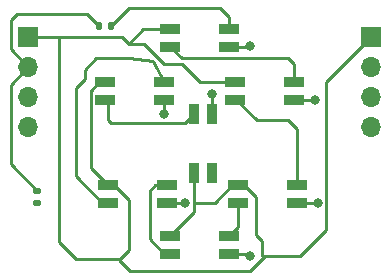
<source format=gbr>
%TF.GenerationSoftware,KiCad,Pcbnew,(6.0.7)*%
%TF.CreationDate,2024-10-06T09:26:11-05:00*%
%TF.ProjectId,RGB7Segment,52474237-5365-4676-9d65-6e742e6b6963,rev?*%
%TF.SameCoordinates,Original*%
%TF.FileFunction,Copper,L1,Top*%
%TF.FilePolarity,Positive*%
%FSLAX46Y46*%
G04 Gerber Fmt 4.6, Leading zero omitted, Abs format (unit mm)*
G04 Created by KiCad (PCBNEW (6.0.7)) date 2024-10-06 09:26:11*
%MOMM*%
%LPD*%
G01*
G04 APERTURE LIST*
G04 Aperture macros list*
%AMRoundRect*
0 Rectangle with rounded corners*
0 $1 Rounding radius*
0 $2 $3 $4 $5 $6 $7 $8 $9 X,Y pos of 4 corners*
0 Add a 4 corners polygon primitive as box body*
4,1,4,$2,$3,$4,$5,$6,$7,$8,$9,$2,$3,0*
0 Add four circle primitives for the rounded corners*
1,1,$1+$1,$2,$3*
1,1,$1+$1,$4,$5*
1,1,$1+$1,$6,$7*
1,1,$1+$1,$8,$9*
0 Add four rect primitives between the rounded corners*
20,1,$1+$1,$2,$3,$4,$5,0*
20,1,$1+$1,$4,$5,$6,$7,0*
20,1,$1+$1,$6,$7,$8,$9,0*
20,1,$1+$1,$8,$9,$2,$3,0*%
G04 Aperture macros list end*
%TA.AperFunction,SMDPad,CuDef*%
%ADD10RoundRect,0.135000X-0.185000X0.135000X-0.185000X-0.135000X0.185000X-0.135000X0.185000X0.135000X0*%
%TD*%
%TA.AperFunction,SMDPad,CuDef*%
%ADD11R,1.803400X0.812800*%
%TD*%
%TA.AperFunction,SMDPad,CuDef*%
%ADD12RoundRect,0.135000X-0.135000X-0.185000X0.135000X-0.185000X0.135000X0.185000X-0.135000X0.185000X0*%
%TD*%
%TA.AperFunction,ComponentPad*%
%ADD13R,1.700000X1.700000*%
%TD*%
%TA.AperFunction,ComponentPad*%
%ADD14O,1.700000X1.700000*%
%TD*%
%TA.AperFunction,SMDPad,CuDef*%
%ADD15R,0.812800X1.803400*%
%TD*%
%TA.AperFunction,ViaPad*%
%ADD16C,0.800000*%
%TD*%
%TA.AperFunction,Conductor*%
%ADD17C,0.250000*%
%TD*%
G04 APERTURE END LIST*
D10*
%TO.P,R1,1*%
%TO.N,/DIN*%
X185250000Y-100740000D03*
%TO.P,R1,2*%
%TO.N,Net-(D2-Pad4)*%
X185250000Y-101760000D03*
%TD*%
D11*
%TO.P,B1,1,VDD*%
%TO.N,+3V3*%
X201998100Y-91500700D03*
%TO.P,B1,2,DOUT*%
%TO.N,Net-(B1-Pad2)*%
X201998100Y-92999300D03*
%TO.P,B1,3,VSS*%
%TO.N,GND*%
X207001900Y-92999300D03*
%TO.P,B1,4,DIN*%
%TO.N,Net-(A1-Pad2)*%
X207001900Y-91500700D03*
%TD*%
D12*
%TO.P,R2,1*%
%TO.N,/DIN*%
X190490000Y-86750000D03*
%TO.P,R2,2*%
%TO.N,Net-(R2-Pad2)*%
X191510000Y-86750000D03*
%TD*%
D11*
%TO.P,D1,1,VDD*%
%TO.N,+3V3*%
X196498100Y-104531750D03*
%TO.P,D1,2,DOUT*%
%TO.N,Net-(D1-Pad2)*%
X196498100Y-106030350D03*
%TO.P,D1,3,VSS*%
%TO.N,GND*%
X201501900Y-106030350D03*
%TO.P,D1,4,DIN*%
%TO.N,/D1*%
X201501900Y-104531750D03*
%TD*%
D13*
%TO.P,J1,1,Pin_1*%
%TO.N,+3V3*%
X184500000Y-87700000D03*
D14*
%TO.P,J1,2,Pin_2*%
%TO.N,/DIN*%
X184500000Y-90240000D03*
%TO.P,J1,3,Pin_3*%
%TO.N,unconnected-(J1-Pad3)*%
X184500000Y-92780000D03*
%TO.P,J1,4,Pin_4*%
%TO.N,GND*%
X184500000Y-95320000D03*
%TD*%
D11*
%TO.P,A1,1,VDD*%
%TO.N,+3V3*%
X196498100Y-87031750D03*
%TO.P,A1,2,DOUT*%
%TO.N,Net-(A1-Pad2)*%
X196498100Y-88530350D03*
%TO.P,A1,3,VSS*%
%TO.N,GND*%
X201501900Y-88530350D03*
%TO.P,A1,4,DIN*%
%TO.N,Net-(R2-Pad2)*%
X201501900Y-87031750D03*
%TD*%
D13*
%TO.P,J2,1,Pin_1*%
%TO.N,+3V3*%
X213500000Y-87700000D03*
D14*
%TO.P,J2,2,Pin_2*%
%TO.N,unconnected-(J2-Pad2)*%
X213500000Y-90240000D03*
%TO.P,J2,3,Pin_3*%
%TO.N,/DOUT*%
X213500000Y-92780000D03*
%TO.P,J2,4,Pin_4*%
%TO.N,GND*%
X213500000Y-95320000D03*
%TD*%
D11*
%TO.P,C1,1,VDD*%
%TO.N,+3V3*%
X202248100Y-100250700D03*
%TO.P,C1,2,DOUT*%
%TO.N,/D1*%
X202248100Y-101749300D03*
%TO.P,C1,3,VSS*%
%TO.N,GND*%
X207251900Y-101749300D03*
%TO.P,C1,4,DIN*%
%TO.N,Net-(B1-Pad2)*%
X207251900Y-100250700D03*
%TD*%
%TO.P,E1,1,VDD*%
%TO.N,+3V3*%
X191248100Y-100250700D03*
%TO.P,E1,2,DOUT*%
%TO.N,Net-(E1-Pad2)*%
X191248100Y-101749300D03*
%TO.P,E1,3,VSS*%
%TO.N,GND*%
X196251900Y-101749300D03*
%TO.P,E1,4,DIN*%
%TO.N,Net-(D1-Pad2)*%
X196251900Y-100250700D03*
%TD*%
%TO.P,F1,1,VDD*%
%TO.N,+3V3*%
X190998100Y-91500700D03*
%TO.P,F1,2,DOUT*%
%TO.N,Net-(F1-Pad2)*%
X190998100Y-92999300D03*
%TO.P,F1,3,VSS*%
%TO.N,GND*%
X196001900Y-92999300D03*
%TO.P,F1,4,DIN*%
%TO.N,Net-(E1-Pad2)*%
X196001900Y-91500700D03*
%TD*%
D15*
%TO.P,G1,1,VDD*%
%TO.N,+3V3*%
X198500700Y-99251900D03*
%TO.P,G1,2,DOUT*%
%TO.N,/D2*%
X199999300Y-99251900D03*
%TO.P,G1,3,VSS*%
%TO.N,GND*%
X199999300Y-94248100D03*
%TO.P,G1,4,DIN*%
%TO.N,Net-(F1-Pad2)*%
X198500700Y-94248100D03*
%TD*%
D16*
%TO.N,GND*%
X203250000Y-88500000D03*
X196000000Y-94250000D03*
X209000000Y-101750000D03*
X200000000Y-92500000D03*
X203250000Y-106250000D03*
X197750000Y-101750000D03*
X208750000Y-93000000D03*
%TD*%
D17*
%TO.N,+3V3*%
X204500000Y-106250000D02*
X207500000Y-106250000D01*
X193136396Y-107500000D02*
X203250000Y-107500000D01*
X204250000Y-106250000D02*
X204500000Y-106250000D01*
X203250000Y-107500000D02*
X204500000Y-106250000D01*
X192193198Y-106556802D02*
X193136396Y-107500000D01*
X202750700Y-100250700D02*
X203750000Y-101250000D01*
X190998100Y-91500700D02*
X190502800Y-91500700D01*
X207500000Y-106250000D02*
X209725000Y-104025000D01*
X196498100Y-104531750D02*
X198500700Y-102529150D01*
X191743400Y-100250700D02*
X193025000Y-101532300D01*
X187050000Y-87700000D02*
X187050000Y-105050000D01*
X194250000Y-88250000D02*
X193000000Y-88250000D01*
X203750000Y-101250000D02*
X203750000Y-104500000D01*
X193025000Y-101532300D02*
X193025000Y-105725000D01*
X198500700Y-102529150D02*
X198500700Y-101749300D01*
X204250000Y-106250000D02*
X204250000Y-106275305D01*
X201998100Y-91500700D02*
X199000700Y-91500700D01*
X187050000Y-105050000D02*
X188500000Y-106500000D01*
X192136396Y-106500000D02*
X192193198Y-106556802D01*
X199000700Y-91500700D02*
X197500000Y-90000000D01*
X194218250Y-87031750D02*
X193000000Y-88250000D01*
X198500700Y-101749300D02*
X198500700Y-99251900D01*
X209725000Y-91475000D02*
X213500000Y-87700000D01*
X198500700Y-101749300D02*
X200254200Y-101749300D01*
X192450000Y-87700000D02*
X187050000Y-87700000D01*
X196000000Y-90000000D02*
X194250000Y-88250000D01*
X202248100Y-100250700D02*
X202750700Y-100250700D01*
X193000000Y-88250000D02*
X192450000Y-87700000D01*
X201752800Y-100250700D02*
X202248100Y-100250700D01*
X197500000Y-90000000D02*
X196000000Y-90000000D01*
X188500000Y-106500000D02*
X192136396Y-106500000D01*
X193025000Y-105725000D02*
X192193198Y-106556802D01*
X209725000Y-104025000D02*
X209725000Y-91475000D01*
X189750000Y-92253500D02*
X189750000Y-98752600D01*
X200254200Y-101749300D02*
X201752800Y-100250700D01*
X204250000Y-105000000D02*
X204250000Y-106250000D01*
X187050000Y-87700000D02*
X184500000Y-87700000D01*
X196498100Y-87031750D02*
X194218250Y-87031750D01*
X191248100Y-100250700D02*
X191743400Y-100250700D01*
X189750000Y-98752600D02*
X191248100Y-100250700D01*
X203750000Y-104500000D02*
X204250000Y-105000000D01*
X190502800Y-91500700D02*
X189750000Y-92253500D01*
%TO.N,/DIN*%
X183500000Y-85750000D02*
X189490000Y-85750000D01*
X184500000Y-90240000D02*
X183000000Y-88740000D01*
X183000000Y-91740000D02*
X183000000Y-98490000D01*
X183000000Y-86250000D02*
X183500000Y-85750000D01*
X184500000Y-90240000D02*
X183000000Y-91740000D01*
X189490000Y-85750000D02*
X190490000Y-86750000D01*
X183000000Y-98490000D02*
X185250000Y-100740000D01*
X183000000Y-88740000D02*
X183000000Y-86250000D01*
%TO.N,GND*%
X199999300Y-92500700D02*
X200000000Y-92500000D01*
X203219650Y-88530350D02*
X203250000Y-88500000D01*
X196251900Y-101749300D02*
X197749300Y-101749300D01*
X196001900Y-92999300D02*
X196001900Y-94248100D01*
X201501900Y-106030350D02*
X203030350Y-106030350D01*
X207251900Y-101749300D02*
X208999300Y-101749300D01*
X207001900Y-92999300D02*
X208749300Y-92999300D01*
X196001900Y-94248100D02*
X196000000Y-94250000D01*
X208749300Y-92999300D02*
X208750000Y-93000000D01*
X199999300Y-94248100D02*
X199999300Y-92500700D01*
X197749300Y-101749300D02*
X197750000Y-101750000D01*
X203030350Y-106030350D02*
X203250000Y-106250000D01*
X208999300Y-101749300D02*
X209000000Y-101750000D01*
X201501900Y-88530350D02*
X203219650Y-88530350D01*
%TO.N,Net-(D1-Pad2)*%
X196498100Y-106030350D02*
X196002800Y-106030350D01*
X194750000Y-100750000D02*
X195249300Y-100250700D01*
X194750000Y-104777550D02*
X194750000Y-100750000D01*
X196002800Y-106030350D02*
X194750000Y-104777550D01*
X195249300Y-100250700D02*
X196251900Y-100250700D01*
%TO.N,/D1*%
X202248100Y-101749300D02*
X202248100Y-103785550D01*
X202248100Y-103785550D02*
X201501900Y-104531750D01*
%TO.N,Net-(A1-Pad2)*%
X196498100Y-88530350D02*
X197467750Y-89500000D01*
X207001900Y-90001900D02*
X207001900Y-91500700D01*
X206500000Y-89500000D02*
X207001900Y-90001900D01*
X197467750Y-89500000D02*
X206500000Y-89500000D01*
%TO.N,Net-(B1-Pad2)*%
X201998100Y-92999300D02*
X202072524Y-92999300D01*
X203823224Y-94750000D02*
X206500000Y-94750000D01*
X202072524Y-92999300D02*
X203823224Y-94750000D01*
X207251900Y-95501900D02*
X207251900Y-100250700D01*
X206500000Y-94750000D02*
X207251900Y-95501900D01*
%TO.N,Net-(E1-Pad2)*%
X188500000Y-99496500D02*
X188500000Y-92040700D01*
X191248100Y-101749300D02*
X190752800Y-101749300D01*
X189250000Y-90500000D02*
X190250000Y-89500000D01*
X188500000Y-92040700D02*
X189250000Y-91290700D01*
X193000000Y-89500000D02*
X195000000Y-89750000D01*
X195000000Y-89750000D02*
X196001900Y-91500700D01*
X190752800Y-101749300D02*
X188500000Y-99496500D01*
X189250000Y-91290700D02*
X189250000Y-90500000D01*
X190250000Y-89500000D02*
X193000000Y-89500000D01*
%TO.N,Net-(F1-Pad2)*%
X197748800Y-95000000D02*
X198500700Y-94248100D01*
X190998100Y-92999300D02*
X190999300Y-92999300D01*
X190999300Y-92999300D02*
X191250000Y-93250000D01*
X191500000Y-95000000D02*
X197748800Y-95000000D01*
X191250000Y-94750000D02*
X191500000Y-95000000D01*
X191250000Y-93250000D02*
X191250000Y-94750000D01*
%TO.N,Net-(R2-Pad2)*%
X191510000Y-86750000D02*
X193010000Y-85250000D01*
X200750000Y-85250000D02*
X201501900Y-86001900D01*
X193010000Y-85250000D02*
X200750000Y-85250000D01*
X201501900Y-86001900D02*
X201501900Y-87031750D01*
%TD*%
M02*

</source>
